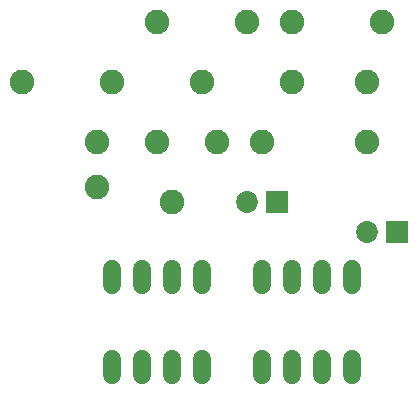
<source format=gts>
G75*
G70*
%OFA0B0*%
%FSLAX24Y24*%
%IPPOS*%
%LPD*%
%AMOC8*
5,1,8,0,0,1.08239X$1,22.5*
%
%ADD10C,0.0820*%
%ADD11R,0.0730X0.0730*%
%ADD12C,0.0730*%
%ADD13C,0.0600*%
D10*
X024600Y015600D03*
X024600Y017100D03*
X026600Y017100D03*
X028600Y017100D03*
X030100Y017100D03*
X031100Y019100D03*
X033600Y019100D03*
X033600Y017100D03*
X028100Y019100D03*
X026600Y021100D03*
X029600Y021100D03*
X031100Y021100D03*
X034100Y021100D03*
X025100Y019100D03*
X022100Y019100D03*
X027100Y015100D03*
D11*
X030600Y015100D03*
X034600Y014100D03*
D12*
X033600Y014100D03*
X029600Y015100D03*
D13*
X025100Y009860D02*
X025100Y009340D01*
X026100Y009340D02*
X026100Y009860D01*
X027100Y009860D02*
X027100Y009340D01*
X028100Y009340D02*
X028100Y009860D01*
X030100Y009860D02*
X030100Y009340D01*
X031100Y009340D02*
X031100Y009860D01*
X032100Y009860D02*
X032100Y009340D01*
X033100Y009340D02*
X033100Y009860D01*
X033100Y012340D02*
X033100Y012860D01*
X032100Y012860D02*
X032100Y012340D01*
X031100Y012340D02*
X031100Y012860D01*
X030100Y012860D02*
X030100Y012340D01*
X028100Y012340D02*
X028100Y012860D01*
X027100Y012860D02*
X027100Y012340D01*
X026100Y012340D02*
X026100Y012860D01*
X025100Y012860D02*
X025100Y012340D01*
M02*

</source>
